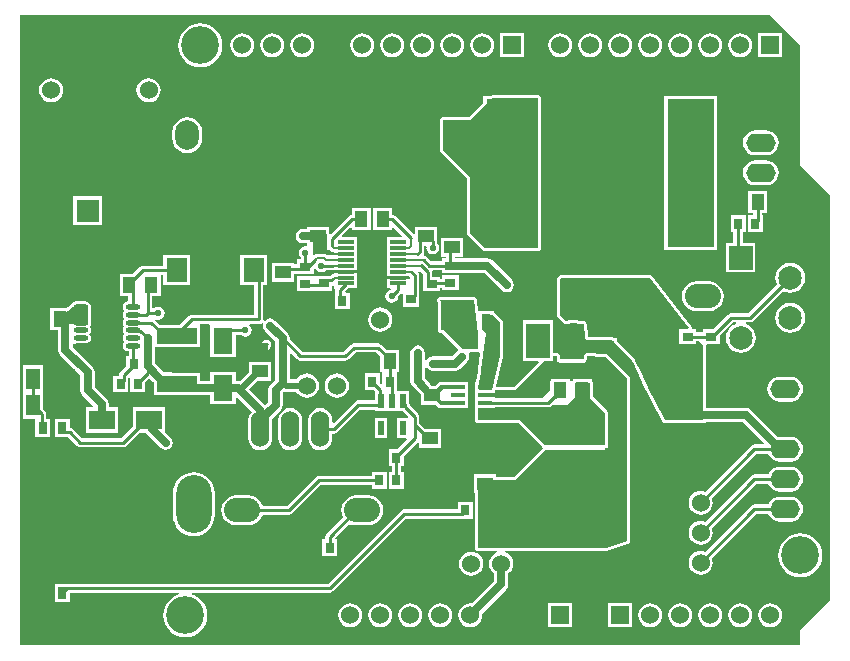
<source format=gbr>
%TF.GenerationSoftware,Altium Limited,Altium Designer,19.0.15 (446)*%
G04 Layer_Physical_Order=1*
G04 Layer_Color=255*
%FSLAX25Y25*%
%MOIN*%
%TF.FileFunction,Copper,L1,Top,Signal*%
%TF.Part,Single*%
G01*
G75*
%TA.AperFunction,SMDPad,CuDef*%
%ADD10R,0.02953X0.03543*%
%ADD11R,0.05315X0.04331*%
%ADD12R,0.04528X0.06890*%
%ADD13R,0.08071X0.06890*%
%ADD14R,0.04331X0.05315*%
%ADD15R,0.03543X0.02953*%
%ADD16R,0.04756X0.01636*%
%ADD17R,0.02000X0.04800*%
%ADD18R,0.13386X0.05315*%
%ADD19R,0.06693X0.11417*%
%ADD20O,0.04724X0.01772*%
%ADD21R,0.06902X0.11602*%
%ADD22R,0.05610X0.01181*%
%ADD23R,0.03150X0.03937*%
%ADD24R,0.06890X0.08071*%
%ADD25R,0.06496X0.08661*%
%ADD26R,0.08661X0.06496*%
%TA.AperFunction,Conductor*%
%ADD27C,0.01000*%
%ADD28C,0.02756*%
%ADD29C,0.01968*%
%ADD30C,0.00827*%
%ADD31C,0.01378*%
%ADD32C,0.01575*%
%TA.AperFunction,ViaPad*%
%ADD33C,0.06000*%
%TA.AperFunction,ComponentPad*%
%ADD34O,0.07874X0.11811*%
%ADD35R,0.07874X0.11811*%
%ADD36R,0.15748X0.49213*%
%ADD37O,0.12000X0.04800*%
%ADD38R,0.12000X0.04800*%
%ADD39O,0.09843X0.06299*%
%ADD40C,0.07854*%
%ADD41R,0.07854X0.07854*%
%ADD42O,0.12000X0.08000*%
%ADD43C,0.07677*%
%ADD44R,0.07677X0.07677*%
%ADD45O,0.07874X0.09843*%
%ADD46O,0.06000X0.12000*%
%ADD47O,0.11811X0.19291*%
%ADD48O,0.19291X0.11811*%
%ADD49C,0.06000*%
%ADD50R,0.06000X0.06000*%
%TA.AperFunction,ViaPad*%
%ADD51C,0.12598*%
%ADD52C,0.02165*%
G36*
X260000Y200000D02*
Y160000D01*
X270000Y150000D01*
Y15000D01*
X260000Y5000D01*
Y0D01*
X0D01*
Y210000D01*
X250000D01*
X260000Y200000D01*
D02*
G37*
%LPC*%
G36*
X254000Y204000D02*
X246000D01*
Y196000D01*
X254000D01*
Y204000D01*
D02*
G37*
G36*
X168000D02*
X160000D01*
Y196000D01*
X168000D01*
Y204000D01*
D02*
G37*
G36*
X240000Y204034D02*
X238956Y203897D01*
X237983Y203494D01*
X237147Y202853D01*
X236506Y202017D01*
X236103Y201044D01*
X235965Y200000D01*
X236103Y198956D01*
X236506Y197983D01*
X237147Y197147D01*
X237983Y196506D01*
X238956Y196103D01*
X240000Y195966D01*
X241044Y196103D01*
X242017Y196506D01*
X242853Y197147D01*
X243494Y197983D01*
X243897Y198956D01*
X244035Y200000D01*
X243897Y201044D01*
X243494Y202017D01*
X242853Y202853D01*
X242017Y203494D01*
X241044Y203897D01*
X240000Y204034D01*
D02*
G37*
G36*
X230000D02*
X228956Y203897D01*
X227983Y203494D01*
X227147Y202853D01*
X226506Y202017D01*
X226103Y201044D01*
X225965Y200000D01*
X226103Y198956D01*
X226506Y197983D01*
X227147Y197147D01*
X227983Y196506D01*
X228956Y196103D01*
X230000Y195966D01*
X231044Y196103D01*
X232017Y196506D01*
X232853Y197147D01*
X233494Y197983D01*
X233897Y198956D01*
X234034Y200000D01*
X233897Y201044D01*
X233494Y202017D01*
X232853Y202853D01*
X232017Y203494D01*
X231044Y203897D01*
X230000Y204034D01*
D02*
G37*
G36*
X220000D02*
X218956Y203897D01*
X217983Y203494D01*
X217147Y202853D01*
X216506Y202017D01*
X216103Y201044D01*
X215966Y200000D01*
X216103Y198956D01*
X216506Y197983D01*
X217147Y197147D01*
X217983Y196506D01*
X218956Y196103D01*
X220000Y195966D01*
X221044Y196103D01*
X222017Y196506D01*
X222853Y197147D01*
X223494Y197983D01*
X223897Y198956D01*
X224035Y200000D01*
X223897Y201044D01*
X223494Y202017D01*
X222853Y202853D01*
X222017Y203494D01*
X221044Y203897D01*
X220000Y204034D01*
D02*
G37*
G36*
X210000D02*
X208956Y203897D01*
X207983Y203494D01*
X207147Y202853D01*
X206506Y202017D01*
X206103Y201044D01*
X205965Y200000D01*
X206103Y198956D01*
X206506Y197983D01*
X207147Y197147D01*
X207983Y196506D01*
X208956Y196103D01*
X210000Y195966D01*
X211044Y196103D01*
X212017Y196506D01*
X212853Y197147D01*
X213494Y197983D01*
X213897Y198956D01*
X214035Y200000D01*
X213897Y201044D01*
X213494Y202017D01*
X212853Y202853D01*
X212017Y203494D01*
X211044Y203897D01*
X210000Y204034D01*
D02*
G37*
G36*
X200000D02*
X198956Y203897D01*
X197983Y203494D01*
X197147Y202853D01*
X196506Y202017D01*
X196103Y201044D01*
X195966Y200000D01*
X196103Y198956D01*
X196506Y197983D01*
X197147Y197147D01*
X197983Y196506D01*
X198956Y196103D01*
X200000Y195966D01*
X201044Y196103D01*
X202017Y196506D01*
X202853Y197147D01*
X203494Y197983D01*
X203897Y198956D01*
X204034Y200000D01*
X203897Y201044D01*
X203494Y202017D01*
X202853Y202853D01*
X202017Y203494D01*
X201044Y203897D01*
X200000Y204034D01*
D02*
G37*
G36*
X190000D02*
X188956Y203897D01*
X187983Y203494D01*
X187147Y202853D01*
X186506Y202017D01*
X186103Y201044D01*
X185966Y200000D01*
X186103Y198956D01*
X186506Y197983D01*
X187147Y197147D01*
X187983Y196506D01*
X188956Y196103D01*
X190000Y195966D01*
X191044Y196103D01*
X192017Y196506D01*
X192853Y197147D01*
X193494Y197983D01*
X193897Y198956D01*
X194035Y200000D01*
X193897Y201044D01*
X193494Y202017D01*
X192853Y202853D01*
X192017Y203494D01*
X191044Y203897D01*
X190000Y204034D01*
D02*
G37*
G36*
X180000D02*
X178956Y203897D01*
X177983Y203494D01*
X177147Y202853D01*
X176506Y202017D01*
X176103Y201044D01*
X175965Y200000D01*
X176103Y198956D01*
X176506Y197983D01*
X177147Y197147D01*
X177983Y196506D01*
X178956Y196103D01*
X180000Y195966D01*
X181044Y196103D01*
X182017Y196506D01*
X182853Y197147D01*
X183494Y197983D01*
X183897Y198956D01*
X184035Y200000D01*
X183897Y201044D01*
X183494Y202017D01*
X182853Y202853D01*
X182017Y203494D01*
X181044Y203897D01*
X180000Y204034D01*
D02*
G37*
G36*
X154000D02*
X152956Y203897D01*
X151983Y203494D01*
X151147Y202853D01*
X150506Y202017D01*
X150103Y201044D01*
X149966Y200000D01*
X150103Y198956D01*
X150506Y197983D01*
X151147Y197147D01*
X151983Y196506D01*
X152956Y196103D01*
X154000Y195966D01*
X155044Y196103D01*
X156017Y196506D01*
X156853Y197147D01*
X157494Y197983D01*
X157897Y198956D01*
X158035Y200000D01*
X157897Y201044D01*
X157494Y202017D01*
X156853Y202853D01*
X156017Y203494D01*
X155044Y203897D01*
X154000Y204034D01*
D02*
G37*
G36*
X144000D02*
X142956Y203897D01*
X141983Y203494D01*
X141147Y202853D01*
X140506Y202017D01*
X140103Y201044D01*
X139965Y200000D01*
X140103Y198956D01*
X140506Y197983D01*
X141147Y197147D01*
X141983Y196506D01*
X142956Y196103D01*
X144000Y195966D01*
X145044Y196103D01*
X146017Y196506D01*
X146853Y197147D01*
X147494Y197983D01*
X147897Y198956D01*
X148035Y200000D01*
X147897Y201044D01*
X147494Y202017D01*
X146853Y202853D01*
X146017Y203494D01*
X145044Y203897D01*
X144000Y204034D01*
D02*
G37*
G36*
X134000D02*
X132956Y203897D01*
X131983Y203494D01*
X131147Y202853D01*
X130506Y202017D01*
X130103Y201044D01*
X129965Y200000D01*
X130103Y198956D01*
X130506Y197983D01*
X131147Y197147D01*
X131983Y196506D01*
X132956Y196103D01*
X134000Y195966D01*
X135044Y196103D01*
X136017Y196506D01*
X136853Y197147D01*
X137494Y197983D01*
X137897Y198956D01*
X138034Y200000D01*
X137897Y201044D01*
X137494Y202017D01*
X136853Y202853D01*
X136017Y203494D01*
X135044Y203897D01*
X134000Y204034D01*
D02*
G37*
G36*
X124000D02*
X122956Y203897D01*
X121983Y203494D01*
X121147Y202853D01*
X120506Y202017D01*
X120103Y201044D01*
X119966Y200000D01*
X120103Y198956D01*
X120506Y197983D01*
X121147Y197147D01*
X121983Y196506D01*
X122956Y196103D01*
X124000Y195966D01*
X125044Y196103D01*
X126017Y196506D01*
X126853Y197147D01*
X127494Y197983D01*
X127897Y198956D01*
X128034Y200000D01*
X127897Y201044D01*
X127494Y202017D01*
X126853Y202853D01*
X126017Y203494D01*
X125044Y203897D01*
X124000Y204034D01*
D02*
G37*
G36*
X114000D02*
X112956Y203897D01*
X111983Y203494D01*
X111147Y202853D01*
X110506Y202017D01*
X110103Y201044D01*
X109966Y200000D01*
X110103Y198956D01*
X110506Y197983D01*
X111147Y197147D01*
X111983Y196506D01*
X112956Y196103D01*
X114000Y195966D01*
X115044Y196103D01*
X116017Y196506D01*
X116853Y197147D01*
X117494Y197983D01*
X117897Y198956D01*
X118035Y200000D01*
X117897Y201044D01*
X117494Y202017D01*
X116853Y202853D01*
X116017Y203494D01*
X115044Y203897D01*
X114000Y204034D01*
D02*
G37*
G36*
X94000D02*
X92956Y203897D01*
X91983Y203494D01*
X91147Y202853D01*
X90506Y202017D01*
X90103Y201044D01*
X89965Y200000D01*
X90103Y198956D01*
X90506Y197983D01*
X91147Y197147D01*
X91983Y196506D01*
X92956Y196103D01*
X94000Y195966D01*
X95044Y196103D01*
X96017Y196506D01*
X96853Y197147D01*
X97494Y197983D01*
X97897Y198956D01*
X98035Y200000D01*
X97897Y201044D01*
X97494Y202017D01*
X96853Y202853D01*
X96017Y203494D01*
X95044Y203897D01*
X94000Y204034D01*
D02*
G37*
G36*
X84000D02*
X82956Y203897D01*
X81983Y203494D01*
X81147Y202853D01*
X80506Y202017D01*
X80103Y201044D01*
X79966Y200000D01*
X80103Y198956D01*
X80506Y197983D01*
X81147Y197147D01*
X81983Y196506D01*
X82956Y196103D01*
X84000Y195966D01*
X85044Y196103D01*
X86017Y196506D01*
X86853Y197147D01*
X87494Y197983D01*
X87897Y198956D01*
X88034Y200000D01*
X87897Y201044D01*
X87494Y202017D01*
X86853Y202853D01*
X86017Y203494D01*
X85044Y203897D01*
X84000Y204034D01*
D02*
G37*
G36*
X74000D02*
X72956Y203897D01*
X71983Y203494D01*
X71147Y202853D01*
X70506Y202017D01*
X70103Y201044D01*
X69965Y200000D01*
X70103Y198956D01*
X70506Y197983D01*
X71147Y197147D01*
X71983Y196506D01*
X72956Y196103D01*
X74000Y195966D01*
X75044Y196103D01*
X76017Y196506D01*
X76853Y197147D01*
X77494Y197983D01*
X77897Y198956D01*
X78035Y200000D01*
X77897Y201044D01*
X77494Y202017D01*
X76853Y202853D01*
X76017Y203494D01*
X75044Y203897D01*
X74000Y204034D01*
D02*
G37*
G36*
X60000Y207334D02*
X58569Y207194D01*
X57193Y206776D01*
X55925Y206098D01*
X54814Y205186D01*
X53902Y204075D01*
X53224Y202807D01*
X52806Y201431D01*
X52666Y200000D01*
X52806Y198569D01*
X53224Y197193D01*
X53902Y195925D01*
X54814Y194814D01*
X55925Y193902D01*
X57193Y193224D01*
X58569Y192806D01*
X60000Y192666D01*
X61431Y192806D01*
X62807Y193224D01*
X64075Y193902D01*
X65186Y194814D01*
X66098Y195925D01*
X66776Y197193D01*
X67194Y198569D01*
X67335Y200000D01*
X67194Y201431D01*
X66776Y202807D01*
X66098Y204075D01*
X65186Y205186D01*
X64075Y206098D01*
X62807Y206776D01*
X61431Y207194D01*
X60000Y207334D01*
D02*
G37*
G36*
X42780Y189034D02*
X41736Y188897D01*
X40763Y188494D01*
X39928Y187853D01*
X39286Y187017D01*
X38883Y186044D01*
X38746Y185000D01*
X38883Y183956D01*
X39286Y182983D01*
X39928Y182147D01*
X40763Y181506D01*
X41736Y181103D01*
X42780Y180965D01*
X43825Y181103D01*
X44798Y181506D01*
X45633Y182147D01*
X46274Y182983D01*
X46677Y183956D01*
X46815Y185000D01*
X46677Y186044D01*
X46274Y187017D01*
X45633Y187853D01*
X44798Y188494D01*
X43825Y188897D01*
X42780Y189034D01*
D02*
G37*
G36*
X10280D02*
X9236Y188897D01*
X8263Y188494D01*
X7428Y187853D01*
X6786Y187017D01*
X6383Y186044D01*
X6246Y185000D01*
X6383Y183956D01*
X6786Y182983D01*
X7428Y182147D01*
X8263Y181506D01*
X9236Y181103D01*
X10280Y180965D01*
X11325Y181103D01*
X12298Y181506D01*
X13133Y182147D01*
X13774Y182983D01*
X14177Y183956D01*
X14315Y185000D01*
X14177Y186044D01*
X13774Y187017D01*
X13133Y187853D01*
X12298Y188494D01*
X11325Y188897D01*
X10280Y189034D01*
D02*
G37*
G36*
X55630Y175964D02*
X54341Y175794D01*
X53140Y175297D01*
X52109Y174505D01*
X51317Y173474D01*
X50820Y172273D01*
X50650Y170984D01*
Y169016D01*
X50820Y167727D01*
X51317Y166526D01*
X52109Y165495D01*
X53140Y164703D01*
X54341Y164206D01*
X55630Y164036D01*
X56919Y164206D01*
X58120Y164703D01*
X59151Y165495D01*
X59942Y166526D01*
X60440Y167727D01*
X60610Y169016D01*
Y170984D01*
X60440Y172273D01*
X59942Y173474D01*
X59151Y174505D01*
X58120Y175297D01*
X56919Y175794D01*
X55630Y175964D01*
D02*
G37*
G36*
X248622Y171685D02*
X245079D01*
X243995Y171543D01*
X242986Y171125D01*
X242119Y170459D01*
X241454Y169593D01*
X241036Y168583D01*
X240893Y167500D01*
X241036Y166417D01*
X241454Y165407D01*
X242119Y164541D01*
X242986Y163875D01*
X243995Y163457D01*
X245079Y163315D01*
X248622D01*
X249705Y163457D01*
X250715Y163875D01*
X251582Y164541D01*
X252247Y165407D01*
X252665Y166417D01*
X252807Y167500D01*
X252665Y168583D01*
X252247Y169593D01*
X251582Y170459D01*
X250715Y171125D01*
X249705Y171543D01*
X248622Y171685D01*
D02*
G37*
G36*
Y161685D02*
X245079D01*
X243995Y161543D01*
X242986Y161125D01*
X242119Y160459D01*
X241454Y159593D01*
X241036Y158583D01*
X240893Y157500D01*
X241036Y156417D01*
X241454Y155407D01*
X242119Y154541D01*
X242986Y153875D01*
X243995Y153457D01*
X245079Y153315D01*
X248622D01*
X249705Y153457D01*
X250715Y153875D01*
X251582Y154541D01*
X252247Y155407D01*
X252665Y156417D01*
X252807Y157500D01*
X252665Y158583D01*
X252247Y159593D01*
X251582Y160459D01*
X250715Y161125D01*
X249705Y161543D01*
X248622Y161685D01*
D02*
G37*
G36*
X27339Y149681D02*
X17661D01*
Y140004D01*
X27339D01*
Y149681D01*
D02*
G37*
G36*
X248933Y151295D02*
X242602D01*
Y143980D01*
X244238D01*
Y143323D01*
X242504D01*
Y137779D01*
X247457D01*
Y143323D01*
X247297D01*
Y143980D01*
X248933D01*
Y151295D01*
D02*
G37*
G36*
X116779Y145665D02*
X110449D01*
Y143516D01*
X109970Y143421D01*
X109474Y143089D01*
X103623Y137239D01*
X103540Y137226D01*
X103349Y137242D01*
X103067Y137390D01*
X103059Y137428D01*
Y139524D01*
X95744D01*
Y138783D01*
X94187D01*
X93260Y138598D01*
X92473Y138073D01*
X91947Y137286D01*
X91763Y136358D01*
X91947Y135430D01*
X92473Y134644D01*
X93260Y134118D01*
X94187Y133934D01*
X95744D01*
Y133298D01*
X95382Y132860D01*
X95000Y132936D01*
X94187Y132774D01*
X93498Y132314D01*
X93038Y131625D01*
X92876Y130813D01*
X93038Y130000D01*
X93471Y129353D01*
Y128654D01*
X92228D01*
Y126962D01*
X91158D01*
Y127417D01*
X83842D01*
Y121087D01*
X91158D01*
Y123904D01*
X92228D01*
Y123701D01*
X97772D01*
Y125433D01*
X97937Y125559D01*
X97964Y125567D01*
X98578Y125431D01*
X98856Y125014D01*
X99545Y124554D01*
X100358Y124392D01*
X101171Y124554D01*
X101818Y124986D01*
X104242D01*
X104742Y124925D01*
Y124925D01*
X112352D01*
Y128862D01*
Y132799D01*
Y135980D01*
X107344D01*
X107152Y136442D01*
X109987Y139277D01*
X110449Y139085D01*
Y138350D01*
X116779D01*
Y145665D01*
D02*
G37*
G36*
X232403Y183106D02*
X214655D01*
Y131894D01*
X232403D01*
Y183106D01*
D02*
G37*
G36*
X172500Y183520D02*
X157500D01*
X157110Y183442D01*
X156779Y183221D01*
X156664Y183106D01*
X154222D01*
Y180664D01*
X149578Y176020D01*
X140860D01*
X140470Y175942D01*
X140139Y175721D01*
X139918Y175390D01*
X139841Y175000D01*
Y165000D01*
X139918Y164610D01*
X140139Y164279D01*
X148980Y155438D01*
Y137500D01*
X149058Y137110D01*
X149279Y136779D01*
X154279Y131779D01*
X154610Y131558D01*
X155000Y131480D01*
X172500D01*
X172890Y131558D01*
X173221Y131779D01*
X173442Y132110D01*
X173520Y132500D01*
Y182500D01*
X173442Y182890D01*
X173221Y183221D01*
X172890Y183442D01*
X172500Y183520D01*
D02*
G37*
G36*
X241748Y143323D02*
X236795D01*
Y137779D01*
X237742D01*
Y134120D01*
X235223D01*
Y124266D01*
X245078D01*
Y134120D01*
X240801D01*
Y137779D01*
X241748D01*
Y143323D01*
D02*
G37*
G36*
X112352Y124169D02*
X104742D01*
Y123969D01*
X104447Y123910D01*
X103980Y123598D01*
X103537Y123155D01*
X102161D01*
X102014Y123126D01*
X98413D01*
Y121716D01*
X97772D01*
Y122945D01*
X92228D01*
Y117992D01*
X97772D01*
Y118658D01*
X98413D01*
Y118173D01*
X103957D01*
Y119723D01*
X104308Y119891D01*
X104742Y119589D01*
Y119020D01*
X104742D01*
X105049Y118646D01*
X105018Y118488D01*
Y117524D01*
X104929D01*
Y111980D01*
X109882D01*
Y117524D01*
X108453D01*
X108246Y118024D01*
X109242Y119020D01*
X112352D01*
Y120988D01*
Y124169D01*
D02*
G37*
G36*
X82201Y130035D02*
X73311D01*
Y119965D01*
X77978D01*
Y110171D01*
X57205D01*
X56620Y110055D01*
X56123Y109723D01*
X53030Y106630D01*
X46675D01*
X45050Y108255D01*
X45299Y108713D01*
X45965Y108580D01*
X46777Y108742D01*
X47466Y109202D01*
X47926Y109891D01*
X48088Y110704D01*
X47926Y111516D01*
X47466Y112205D01*
X46777Y112666D01*
X45965Y112827D01*
X45152Y112666D01*
X44529Y112250D01*
X44029Y112353D01*
Y116342D01*
X46807D01*
Y123471D01*
X47721D01*
Y119965D01*
X56610D01*
Y130035D01*
X47721D01*
Y126529D01*
X40866D01*
X40281Y126413D01*
X39785Y126081D01*
X37361Y123658D01*
X33193D01*
Y116342D01*
X35971D01*
Y114589D01*
X35288Y114454D01*
X34664Y114037D01*
X34247Y113413D01*
X34101Y112677D01*
X34247Y111941D01*
X34611Y111398D01*
X34247Y110854D01*
X34101Y110118D01*
X34247Y109382D01*
X34611Y108839D01*
X34247Y108295D01*
X34101Y107559D01*
X34247Y106823D01*
X34611Y106280D01*
X34247Y105736D01*
X34101Y105000D01*
X34247Y104264D01*
X34611Y103720D01*
X34247Y103177D01*
X34101Y102441D01*
X34247Y101705D01*
X34611Y101161D01*
X34247Y100618D01*
X34101Y99882D01*
X34247Y99146D01*
X34664Y98522D01*
X35288Y98106D01*
X36024Y97959D01*
X36148D01*
Y96457D01*
X35378D01*
Y93076D01*
X33399Y91097D01*
X33067Y90601D01*
X32951Y90016D01*
Y89799D01*
X31028D01*
Y84256D01*
X35980D01*
Y87856D01*
X36010Y88004D01*
Y89182D01*
X36236Y89354D01*
X36736Y89106D01*
Y84256D01*
X41689D01*
Y87636D01*
X43058Y89005D01*
X44250Y87813D01*
X44512Y87638D01*
Y83370D01*
X59898D01*
Y83386D01*
X63252D01*
Y80480D01*
X71748D01*
Y82481D01*
X72210Y82672D01*
X77086Y77796D01*
X76506Y77041D01*
X76103Y76068D01*
X75965Y75024D01*
Y69024D01*
X76103Y67979D01*
X76506Y67006D01*
X77147Y66171D01*
X77983Y65530D01*
X78956Y65127D01*
X80000Y64989D01*
X81044Y65127D01*
X82017Y65530D01*
X82853Y66171D01*
X83494Y67006D01*
X83897Y67979D01*
X84035Y69024D01*
Y75024D01*
X83964Y75559D01*
X86822Y78416D01*
X87347Y79203D01*
X87532Y80131D01*
Y84103D01*
X88046Y84618D01*
X88437Y84540D01*
X92071D01*
X92708Y83710D01*
X93543Y83069D01*
X94516Y82666D01*
X95561Y82528D01*
X96605Y82666D01*
X97578Y83069D01*
X98414Y83710D01*
X99055Y84546D01*
X99458Y85519D01*
X99595Y86563D01*
X99458Y87607D01*
X99055Y88580D01*
X98414Y89416D01*
X97578Y90057D01*
X96605Y90460D01*
X95561Y90597D01*
X94516Y90460D01*
X93543Y90057D01*
X92708Y89416D01*
X92071Y88586D01*
X89925D01*
Y97011D01*
X90386Y97203D01*
X92324Y95265D01*
X92820Y94933D01*
X93405Y94817D01*
X108379D01*
X108965Y94933D01*
X109461Y95265D01*
X111812Y97617D01*
X118644D01*
X119949Y96312D01*
Y91160D01*
X120632D01*
X120638Y90662D01*
X120638D01*
Y87333D01*
X120161Y87123D01*
X119882Y87347D01*
Y90662D01*
X114929D01*
Y85119D01*
X117719D01*
X118245Y84593D01*
Y81812D01*
X117776Y81629D01*
X112576D01*
X111991Y81513D01*
X111495Y81181D01*
X104497Y74183D01*
X104034Y74374D01*
Y75024D01*
X103897Y76068D01*
X103494Y77041D01*
X102853Y77877D01*
X102017Y78518D01*
X101044Y78921D01*
X100000Y79058D01*
X98956Y78921D01*
X97983Y78518D01*
X97147Y77877D01*
X96506Y77041D01*
X96103Y76068D01*
X95965Y75024D01*
Y69024D01*
X96103Y67979D01*
X96506Y67006D01*
X97147Y66171D01*
X97983Y65530D01*
X98956Y65127D01*
X100000Y64989D01*
X101044Y65127D01*
X102017Y65530D01*
X102853Y66171D01*
X103494Y67006D01*
X103897Y67979D01*
X104034Y69024D01*
Y70494D01*
X104500D01*
X105085Y70611D01*
X105581Y70942D01*
X113210Y78571D01*
X118260D01*
Y77926D01*
X127577D01*
X129277Y76226D01*
X129070Y75726D01*
X125740D01*
Y68926D01*
X128669D01*
X128860Y68464D01*
X125668Y65272D01*
X122878D01*
Y59728D01*
X123825D01*
Y57772D01*
X122878D01*
Y52228D01*
X127831D01*
Y57772D01*
X126884D01*
Y59728D01*
X127831D01*
Y63109D01*
X132484Y67762D01*
X132984Y67583D01*
X132984Y67583D01*
Y65867D01*
X140299D01*
Y72197D01*
X134757D01*
X133059Y73895D01*
Y76137D01*
X132942Y76722D01*
X132611Y77218D01*
X129770Y80060D01*
Y80343D01*
X129740Y80490D01*
Y84726D01*
X125851D01*
X125591Y85119D01*
Y90662D01*
X125591D01*
X125596Y91160D01*
X126279D01*
Y98475D01*
X122112D01*
X120359Y100227D01*
X119863Y100559D01*
X119277Y100675D01*
X111179D01*
X110594Y100559D01*
X110098Y100227D01*
X107746Y97876D01*
X94039D01*
X89925Y101990D01*
Y102252D01*
X89740Y103180D01*
X89214Y103966D01*
X84939Y108242D01*
X84152Y108767D01*
X83224Y108952D01*
X82297Y108767D01*
X81510Y108242D01*
X81450Y108151D01*
X80979Y108347D01*
X81037Y108642D01*
Y119965D01*
X82201D01*
Y130035D01*
D02*
G37*
G36*
X124063Y145665D02*
X117732D01*
Y138350D01*
X124063D01*
Y138992D01*
X124525Y139183D01*
X127266Y136442D01*
X127075Y135980D01*
X122160D01*
Y132799D01*
Y130831D01*
Y126894D01*
Y122957D01*
X129697D01*
X130000Y122654D01*
Y122605D01*
X129770Y122201D01*
X129500Y122201D01*
X122160D01*
Y119020D01*
X123194D01*
X123480Y118520D01*
X123385Y118359D01*
X123051Y118292D01*
X122362Y117832D01*
X121902Y117143D01*
X121740Y116331D01*
X121902Y115518D01*
X122362Y114829D01*
X123051Y114369D01*
X123863Y114207D01*
X124676Y114369D01*
X125365Y114829D01*
X125825Y115518D01*
X125987Y116331D01*
X125979Y116371D01*
X126998Y117390D01*
X127198Y117363D01*
X127498Y117215D01*
Y112878D01*
X133041D01*
Y116242D01*
X133059Y116331D01*
Y123287D01*
X132942Y123873D01*
X132611Y124369D01*
X132794Y124893D01*
X133020Y124924D01*
X134301Y123643D01*
Y121409D01*
X134331Y121262D01*
Y117957D01*
X139874D01*
Y119110D01*
X140598D01*
Y118370D01*
X146142D01*
Y123323D01*
X140598D01*
Y122169D01*
X139874D01*
Y122909D01*
X137360D01*
Y124277D01*
X137311Y124526D01*
X137690Y125026D01*
X140598D01*
Y124079D01*
X146142D01*
Y124131D01*
X154725D01*
X160459Y118396D01*
X161245Y117871D01*
X162173Y117686D01*
X163101Y117871D01*
X163888Y118396D01*
X164413Y119183D01*
X164598Y120111D01*
X164413Y121039D01*
X163888Y121825D01*
X157443Y128270D01*
X156657Y128795D01*
X155729Y128980D01*
X146142D01*
Y129032D01*
X144899D01*
Y129551D01*
X147658D01*
Y135882D01*
X140342D01*
Y129551D01*
X141841D01*
Y129032D01*
X140598D01*
Y128085D01*
X137014D01*
X135533Y129566D01*
X135037Y129897D01*
X134699Y129964D01*
X134446Y130480D01*
X134446Y130486D01*
X134515Y130589D01*
X134632Y131174D01*
Y133193D01*
X135120D01*
X135438Y132806D01*
X135377Y132500D01*
X135538Y131687D01*
X135998Y130999D01*
X136687Y130538D01*
X137500Y130377D01*
X138313Y130538D01*
X139002Y130999D01*
X139462Y131687D01*
X139623Y132500D01*
X139462Y133313D01*
X139002Y134002D01*
X138947Y134038D01*
Y134693D01*
X138917Y134841D01*
Y139524D01*
X131602D01*
Y137139D01*
X131102Y136932D01*
X124945Y143089D01*
X124449Y143421D01*
X124063Y143498D01*
Y145665D01*
D02*
G37*
G36*
X229500Y121374D02*
X225500D01*
X224195Y121202D01*
X222978Y120698D01*
X221934Y119897D01*
X221132Y118852D01*
X220629Y117636D01*
X220457Y116331D01*
X220629Y115025D01*
X221132Y113809D01*
X221934Y112765D01*
X222978Y111963D01*
X224195Y111459D01*
X225500Y111288D01*
X229500D01*
X230805Y111459D01*
X232022Y111963D01*
X233066Y112765D01*
X233868Y113809D01*
X234371Y115025D01*
X234543Y116331D01*
X234371Y117636D01*
X233868Y118852D01*
X233066Y119897D01*
X232022Y120698D01*
X230805Y121202D01*
X229500Y121374D01*
D02*
G37*
G36*
X120000Y112582D02*
X118956Y112445D01*
X117983Y112042D01*
X117147Y111401D01*
X116506Y110565D01*
X116103Y109592D01*
X115965Y108548D01*
X116103Y107504D01*
X116506Y106531D01*
X117147Y105695D01*
X117983Y105054D01*
X118956Y104651D01*
X120000Y104513D01*
X121044Y104651D01*
X122017Y105054D01*
X122853Y105695D01*
X123494Y106531D01*
X123897Y107504D01*
X124035Y108548D01*
X123897Y109592D01*
X123494Y110565D01*
X122853Y111401D01*
X122017Y112042D01*
X121044Y112445D01*
X120000Y112582D01*
D02*
G37*
G36*
X256650Y127470D02*
X255364Y127300D01*
X254166Y126804D01*
X253136Y126014D01*
X252346Y124985D01*
X251850Y123786D01*
X251681Y122500D01*
X251850Y121214D01*
X252246Y120258D01*
X242631Y110644D01*
X236929D01*
X236344Y110527D01*
X235848Y110196D01*
X230983Y105331D01*
X227602D01*
Y104384D01*
X225272D01*
Y105331D01*
X224210D01*
X224120Y105372D01*
X223857Y105638D01*
X223779Y105831D01*
X223789Y105914D01*
X223785Y105927D01*
X223787Y105940D01*
X223744Y106077D01*
X223739Y106139D01*
X223707Y106200D01*
X223680Y106297D01*
X223665Y106325D01*
X223603Y106404D01*
X223557Y106493D01*
X222258Y108130D01*
X210565Y123081D01*
X210529Y123111D01*
X210524Y123121D01*
X210508Y123135D01*
X210483Y123173D01*
X210442Y123214D01*
X210327Y123291D01*
X210223Y123381D01*
X210163Y123400D01*
X210111Y123435D01*
X209976Y123462D01*
X209845Y123505D01*
X209788Y123512D01*
X209741Y123509D01*
X209721Y123513D01*
X209710Y123510D01*
X209664Y123520D01*
X180458Y123520D01*
X180068Y123442D01*
X179737Y123221D01*
X179279Y122763D01*
X179058Y122432D01*
X178980Y122042D01*
Y110100D01*
X179000Y110002D01*
X179000Y109901D01*
X179018Y109809D01*
X179057Y109716D01*
X179058Y109710D01*
X179061Y109705D01*
X179128Y109545D01*
X179129Y109539D01*
X179132Y109534D01*
X179171Y109441D01*
X179223Y109363D01*
X179294Y109292D01*
X179350Y109208D01*
X181161Y107397D01*
X181244Y107342D01*
X181315Y107271D01*
X181394Y107218D01*
X181394Y107218D01*
X181487Y107179D01*
X181492Y107176D01*
X181497Y107175D01*
X181658Y107108D01*
X181663Y107105D01*
X181669Y107104D01*
X181762Y107066D01*
X181854Y107047D01*
X181955D01*
X182053Y107028D01*
X182378D01*
X182768Y107105D01*
X183288Y107321D01*
X184311Y107456D01*
X185334Y107321D01*
X185854Y107105D01*
X186244Y107028D01*
X187660D01*
X187743Y107011D01*
X187760Y106927D01*
Y105617D01*
X187838Y105227D01*
X188128Y104527D01*
X188271Y103437D01*
Y102854D01*
X188349Y102464D01*
X188570Y102133D01*
X188900Y101912D01*
X189291Y101835D01*
X197078D01*
X197163Y101749D01*
X197247Y101693D01*
X197318Y101622D01*
X197397Y101570D01*
X197397Y101570D01*
X197397Y101570D01*
X197489Y101531D01*
X197494Y101528D01*
X197500Y101527D01*
X197602Y101485D01*
X197634Y101463D01*
X197649Y101457D01*
X197687Y101450D01*
X197764Y101418D01*
X197764D01*
X197764Y101417D01*
X197825Y101405D01*
X197837Y101345D01*
X197869Y101267D01*
X197877Y101229D01*
X197877Y101229D01*
X197883Y101214D01*
X197904Y101182D01*
X197946Y101080D01*
X197948Y101075D01*
X197951Y101070D01*
X197989Y100977D01*
X198042Y100898D01*
X198113Y100827D01*
X198169Y100744D01*
X203965Y94947D01*
X203967Y94921D01*
X203979Y94873D01*
X203983Y94800D01*
X203995Y94750D01*
X204005Y94700D01*
X204033Y94632D01*
X204043Y94584D01*
X204053Y94559D01*
X204062Y94546D01*
X204064Y94535D01*
X204066Y94533D01*
X204085Y94460D01*
X205593Y91298D01*
X208033Y86178D01*
X208033Y86178D01*
X208804Y84561D01*
X208817Y84544D01*
X208823Y84524D01*
X210317Y81691D01*
X214051Y74613D01*
X214084Y74573D01*
X214106Y74530D01*
X214137Y74493D01*
X214161Y74446D01*
X214194Y74406D01*
X214222Y74383D01*
X214287Y74285D01*
X214293Y74279D01*
X214331Y74254D01*
X214357Y74221D01*
X214457Y74168D01*
Y73962D01*
X228457D01*
Y74347D01*
X240843D01*
X247808Y67382D01*
X247617Y66920D01*
X244700D01*
X244115Y66803D01*
X243619Y66472D01*
X228342Y51195D01*
X227854Y51397D01*
X226810Y51534D01*
X225766Y51397D01*
X224793Y50994D01*
X223957Y50353D01*
X223316Y49517D01*
X222913Y48544D01*
X222775Y47500D01*
X222913Y46456D01*
X223316Y45483D01*
X223957Y44647D01*
X224793Y44006D01*
X225766Y43603D01*
X226810Y43466D01*
X227854Y43603D01*
X228827Y44006D01*
X229663Y44647D01*
X230304Y45483D01*
X230707Y46456D01*
X230844Y47500D01*
X230707Y48544D01*
X230505Y49032D01*
X245334Y63861D01*
X249370D01*
X249604Y63297D01*
X250269Y62431D01*
X251136Y61765D01*
X252145Y61347D01*
X253228Y61205D01*
X256772D01*
X257855Y61347D01*
X258864Y61765D01*
X259731Y62431D01*
X260396Y63297D01*
X260814Y64307D01*
X260957Y65390D01*
X260814Y66473D01*
X260396Y67483D01*
X259731Y68350D01*
X258864Y69015D01*
X257855Y69433D01*
X256772Y69576D01*
X253228D01*
X252560Y69488D01*
X243561Y78486D01*
X242775Y79012D01*
X241847Y79196D01*
X228520D01*
Y99882D01*
X228720Y100226D01*
X228845Y100338D01*
X228925Y100377D01*
X228927Y100378D01*
X233146D01*
Y103168D01*
X237563Y107585D01*
X238434D01*
X238534Y107085D01*
X237666Y106725D01*
X236636Y105935D01*
X235846Y104906D01*
X235350Y103708D01*
X235181Y102421D01*
X235350Y101135D01*
X235846Y99936D01*
X236636Y98907D01*
X237666Y98117D01*
X238864Y97621D01*
X240150Y97452D01*
X241437Y97621D01*
X242635Y98117D01*
X243665Y98907D01*
X244454Y99936D01*
X244951Y101135D01*
X245120Y102421D01*
X244951Y103708D01*
X244454Y104906D01*
X243665Y105935D01*
X242635Y106725D01*
X241767Y107085D01*
X241866Y107585D01*
X243265D01*
X243850Y107701D01*
X244346Y108033D01*
X254409Y118095D01*
X255364Y117700D01*
X256650Y117530D01*
X257937Y117700D01*
X259135Y118196D01*
X260164Y118986D01*
X260954Y120015D01*
X261451Y121214D01*
X261620Y122500D01*
X261451Y123786D01*
X260954Y124985D01*
X260164Y126014D01*
X259135Y126804D01*
X257937Y127300D01*
X256650Y127470D01*
D02*
G37*
G36*
Y114084D02*
X255364Y113915D01*
X254166Y113418D01*
X253136Y112628D01*
X252346Y111599D01*
X251850Y110400D01*
X251681Y109114D01*
X251850Y107828D01*
X252346Y106629D01*
X253136Y105600D01*
X254166Y104810D01*
X255364Y104314D01*
X256650Y104145D01*
X257937Y104314D01*
X259135Y104810D01*
X260164Y105600D01*
X260954Y106629D01*
X261451Y107828D01*
X261620Y109114D01*
X261451Y110400D01*
X260954Y111599D01*
X260164Y112628D01*
X259135Y113418D01*
X257937Y113915D01*
X256650Y114084D01*
D02*
G37*
G36*
X21654Y114600D02*
X18701D01*
X17965Y114454D01*
X17341Y114037D01*
X17024Y113562D01*
X17003Y113548D01*
X16887Y113492D01*
X15300Y112299D01*
X10004D01*
Y104984D01*
X12646D01*
Y99197D01*
X12733Y98761D01*
X12646Y98325D01*
X12831Y97397D01*
X13356Y96610D01*
X20036Y89931D01*
Y85110D01*
X20221Y84182D01*
X20746Y83396D01*
X24394Y79748D01*
X24187Y79248D01*
X21795D01*
Y70752D01*
X32457D01*
Y79248D01*
X29550D01*
Y80445D01*
X29550Y80445D01*
X29366Y81373D01*
X28840Y82159D01*
X24885Y86115D01*
Y90935D01*
X24701Y91863D01*
X24175Y92649D01*
X17495Y99329D01*
Y100448D01*
X17889Y100658D01*
X17995Y100659D01*
X18701Y100518D01*
X21654D01*
X22389Y100664D01*
X23013Y101081D01*
X23430Y101705D01*
X23576Y102441D01*
X23430Y103177D01*
X23067Y103720D01*
X23430Y104264D01*
X23576Y105000D01*
X23430Y105736D01*
X23189Y106096D01*
X23221Y106255D01*
X23442Y106586D01*
X23520Y106976D01*
Y107274D01*
X23576Y107559D01*
X23520Y107844D01*
Y109833D01*
X23576Y110118D01*
X23520Y110403D01*
Y112392D01*
X23576Y112677D01*
X23430Y113413D01*
X23013Y114037D01*
X22389Y114454D01*
X21654Y114600D01*
D02*
G37*
G36*
X151146Y116020D02*
X140000D01*
X139610Y115942D01*
X139279Y115721D01*
X139058Y115390D01*
X138980Y115000D01*
X139058Y114610D01*
X139228Y114355D01*
Y105000D01*
X139306Y104610D01*
X139527Y104279D01*
X139858Y104058D01*
X140248Y103980D01*
X140719D01*
X146015Y98685D01*
X145966Y98187D01*
X145600Y97943D01*
X143950Y96293D01*
X137500D01*
X136572Y96108D01*
X135786Y95582D01*
X135424Y95042D01*
X134924Y95194D01*
Y97500D01*
X134740Y98428D01*
X134214Y99214D01*
X133428Y99740D01*
X132500Y99924D01*
X131572Y99740D01*
X130786Y99214D01*
X130260Y98428D01*
X130076Y97500D01*
Y87965D01*
X130260Y87037D01*
X130786Y86250D01*
X133262Y83774D01*
X133476Y83631D01*
Y80165D01*
X138356D01*
X138904Y79617D01*
X139463Y79244D01*
X140122Y79113D01*
X142484D01*
Y79017D01*
X149240D01*
Y81576D01*
Y84135D01*
Y87771D01*
X142484D01*
Y87675D01*
X140753D01*
X140248Y87775D01*
X139551Y87637D01*
X138959Y87241D01*
X138214Y86496D01*
X137163D01*
X136691Y87203D01*
X134924Y88969D01*
Y92542D01*
X135424Y92694D01*
X135786Y92154D01*
X136572Y91628D01*
X137500Y91444D01*
X144955D01*
X145882Y91628D01*
X146669Y92154D01*
X149029Y94514D01*
X149555Y95301D01*
X149740Y96228D01*
X149562Y97122D01*
X149566Y97233D01*
X149774Y97622D01*
X152500D01*
X152890Y97700D01*
X152922Y97721D01*
X153386Y97430D01*
X152612Y91966D01*
X152617Y91894D01*
X152603Y91823D01*
Y91395D01*
X152592Y91364D01*
X152551Y91304D01*
X152526Y91177D01*
X152484Y91056D01*
X152019Y87771D01*
X151484D01*
Y84154D01*
X151480Y84135D01*
X151480Y82653D01*
X151484Y82633D01*
Y79036D01*
X151480Y79017D01*
Y75000D01*
X151558Y74610D01*
X151779Y74279D01*
X152110Y74058D01*
X152500Y73980D01*
X166192D01*
X174022Y66150D01*
X174227Y65807D01*
X174022Y65464D01*
X164578Y56020D01*
X158658D01*
Y57024D01*
X151342D01*
Y50693D01*
X151480D01*
X151480Y32600D01*
X151500Y32502D01*
Y32401D01*
X151517Y32318D01*
X151555Y32225D01*
X151558Y32210D01*
X151566Y32198D01*
X151669Y31950D01*
X151950Y31669D01*
X152198Y31566D01*
X152210Y31558D01*
X152225Y31555D01*
X152318Y31517D01*
X152401Y31500D01*
X152502D01*
X152600Y31480D01*
X158844D01*
X158943Y30980D01*
X158263Y30699D01*
X157428Y30058D01*
X156786Y29222D01*
X156383Y28249D01*
X156246Y27205D01*
X156383Y26160D01*
X156786Y25188D01*
X157428Y24352D01*
X157856Y24023D01*
Y21285D01*
X150535Y13964D01*
X150000Y14035D01*
X148956Y13897D01*
X147983Y13494D01*
X147147Y12853D01*
X146506Y12017D01*
X146103Y11044D01*
X145966Y10000D01*
X146103Y8956D01*
X146506Y7983D01*
X147147Y7147D01*
X147983Y6506D01*
X148956Y6103D01*
X150000Y5965D01*
X151044Y6103D01*
X152017Y6506D01*
X152853Y7147D01*
X153494Y7983D01*
X153897Y8956D01*
X154034Y10000D01*
X153964Y10535D01*
X161995Y18566D01*
X162520Y19353D01*
X162705Y20280D01*
Y24023D01*
X163133Y24352D01*
X163774Y25188D01*
X164177Y26160D01*
X164315Y27205D01*
X164177Y28249D01*
X163774Y29222D01*
X163133Y30058D01*
X162298Y30699D01*
X161618Y30980D01*
X161717Y31480D01*
X194899D01*
X194954Y31491D01*
X194998D01*
X195043Y31500D01*
X195098D01*
X195153Y31511D01*
X195208Y31517D01*
X195261Y31534D01*
X195306Y31539D01*
X195348Y31552D01*
X195403Y31558D01*
X202553Y33819D01*
X202604Y33847D01*
X202610Y33848D01*
X202626Y33857D01*
X202656Y33863D01*
X202692Y33878D01*
X202756Y33920D01*
X202812Y33944D01*
X202832Y33957D01*
X202861Y33986D01*
X202958Y34039D01*
X202986Y34074D01*
X203023Y34099D01*
X203110Y34228D01*
X203207Y34350D01*
X203220Y34393D01*
X203244Y34430D01*
X203266Y34538D01*
X203285Y34575D01*
X203292Y34598D01*
X203297Y34659D01*
X203318Y34732D01*
X203321Y34771D01*
X203318Y34801D01*
X203322Y34820D01*
X203321Y34826D01*
X203332Y34883D01*
X203332Y55078D01*
Y66224D01*
X203332Y77767D01*
Y88830D01*
X203312Y88929D01*
X203312Y89029D01*
X203294Y89122D01*
X203256Y89215D01*
X203254Y89221D01*
X203251Y89225D01*
X203185Y89386D01*
X203183Y89392D01*
X203180Y89397D01*
X203142Y89490D01*
X203089Y89568D01*
X203018Y89639D01*
X202962Y89723D01*
X195967Y96718D01*
X195883Y96774D01*
X195812Y96845D01*
X195734Y96898D01*
X195734Y96898D01*
X195641Y96936D01*
X195636Y96939D01*
X195630Y96940D01*
X195469Y97007D01*
X195465Y97010D01*
X195459Y97011D01*
X195366Y97050D01*
X195273Y97068D01*
X195173D01*
X195074Y97088D01*
X192159D01*
X192141Y97100D01*
X192070Y97170D01*
X192063Y97176D01*
X192063Y97176D01*
X192062Y97176D01*
X191970Y97214D01*
X191894Y97265D01*
X191805Y97283D01*
X191798Y97285D01*
X191793Y97289D01*
X191788Y97290D01*
X191695Y97328D01*
X191695D01*
X191695Y97328D01*
X191602Y97347D01*
X191502Y97347D01*
X191403Y97366D01*
X188880D01*
X188781Y97347D01*
X188681D01*
X188597Y97330D01*
X188505Y97291D01*
X188490Y97289D01*
X188477Y97280D01*
X188230Y97178D01*
X187948Y96896D01*
X187846Y96649D01*
X187838Y96636D01*
X187835Y96622D01*
X187796Y96529D01*
X187779Y96445D01*
Y96345D01*
X187760Y96246D01*
Y95356D01*
X187743Y95272D01*
X187660Y95256D01*
X180025D01*
X179942Y95272D01*
X179925Y95356D01*
Y96246D01*
X179905Y96345D01*
Y96445D01*
X179889Y96529D01*
X179850Y96622D01*
X179848Y96636D01*
X179839Y96649D01*
X179737Y96896D01*
X179455Y97178D01*
X179208Y97280D01*
X179195Y97289D01*
X179181Y97291D01*
X179088Y97330D01*
X179004Y97347D01*
X178904D01*
X178805Y97366D01*
X177437D01*
Y108441D01*
X167563D01*
Y94630D01*
X172608D01*
X172800Y94168D01*
X164651Y86020D01*
X158997D01*
X158687Y86412D01*
X160992Y96111D01*
X160996Y96230D01*
X161020Y96346D01*
Y98642D01*
Y107559D01*
X160942Y107949D01*
X160721Y108280D01*
X158162Y110839D01*
X157831Y111060D01*
X157831Y111060D01*
Y111413D01*
X152878D01*
Y111413D01*
X152602Y111397D01*
X152158Y115121D01*
X152115Y115253D01*
X152088Y115390D01*
X152054Y115441D01*
X152035Y115499D01*
X151944Y115605D01*
X151867Y115721D01*
X151816Y115755D01*
X151776Y115801D01*
X151652Y115865D01*
X151536Y115942D01*
X151476Y115954D01*
X151422Y115981D01*
X151283Y115992D01*
X151146Y116020D01*
D02*
G37*
G36*
X105561Y90597D02*
X104516Y90460D01*
X103543Y90057D01*
X102708Y89416D01*
X102067Y88580D01*
X101664Y87607D01*
X101526Y86563D01*
X101664Y85519D01*
X102067Y84546D01*
X102708Y83710D01*
X103543Y83069D01*
X104516Y82666D01*
X105561Y82528D01*
X106605Y82666D01*
X107578Y83069D01*
X108414Y83710D01*
X109055Y84546D01*
X109458Y85519D01*
X109595Y86563D01*
X109458Y87607D01*
X109055Y88580D01*
X108414Y89416D01*
X107578Y90057D01*
X106605Y90460D01*
X105561Y90597D01*
D02*
G37*
G36*
X256772Y89576D02*
X253228D01*
X252145Y89433D01*
X251136Y89015D01*
X250269Y88350D01*
X249604Y87483D01*
X249185Y86473D01*
X249043Y85390D01*
X249185Y84307D01*
X249604Y83297D01*
X250269Y82431D01*
X251136Y81766D01*
X252145Y81347D01*
X253228Y81205D01*
X256772D01*
X257855Y81347D01*
X258864Y81766D01*
X259731Y82431D01*
X260396Y83297D01*
X260814Y84307D01*
X260957Y85390D01*
X260814Y86473D01*
X260396Y87483D01*
X259731Y88350D01*
X258864Y89015D01*
X257855Y89433D01*
X256772Y89576D01*
D02*
G37*
G36*
X7457Y93262D02*
X929D01*
Y84373D01*
Y75555D01*
X4461D01*
X4925Y75468D01*
Y69532D01*
X10075D01*
Y75468D01*
X8675D01*
Y77047D01*
X8559Y77632D01*
X8227Y78129D01*
X7457Y78899D01*
Y84373D01*
Y93262D01*
D02*
G37*
G36*
X48205Y79248D02*
X37543D01*
Y72915D01*
X33658Y69029D01*
X20633D01*
X17550Y72113D01*
X17054Y72444D01*
X16571Y72540D01*
Y75468D01*
X11421D01*
Y69532D01*
X14923D01*
X15071Y69502D01*
X15835D01*
X18919Y66419D01*
X19415Y66087D01*
X20000Y65971D01*
X34291D01*
X34877Y66087D01*
X35373Y66419D01*
X39706Y70752D01*
X41946D01*
X42242Y70309D01*
X46766Y65786D01*
X47552Y65260D01*
X48480Y65075D01*
X49408Y65260D01*
X50195Y65786D01*
X50720Y66572D01*
X50905Y67500D01*
X50720Y68428D01*
X50195Y69214D01*
X48205Y71204D01*
Y79248D01*
D02*
G37*
G36*
X122260Y75726D02*
X118260D01*
Y68926D01*
X122260D01*
Y75726D01*
D02*
G37*
G36*
X90000Y79058D02*
X88956Y78921D01*
X87983Y78518D01*
X87147Y77877D01*
X86506Y77041D01*
X86103Y76068D01*
X85966Y75024D01*
Y69024D01*
X86103Y67979D01*
X86506Y67006D01*
X87147Y66171D01*
X87983Y65530D01*
X88956Y65127D01*
X90000Y64989D01*
X91044Y65127D01*
X92017Y65530D01*
X92853Y66171D01*
X93494Y67006D01*
X93897Y67979D01*
X94034Y69024D01*
Y75024D01*
X93897Y76068D01*
X93494Y77041D01*
X92853Y77877D01*
X92017Y78518D01*
X91044Y78921D01*
X90000Y79058D01*
D02*
G37*
G36*
X122122Y57772D02*
X117169D01*
Y56529D01*
X99646D01*
X99060Y56413D01*
X98564Y56081D01*
X89012Y46529D01*
X80778D01*
X80367Y47522D01*
X79566Y48566D01*
X78522Y49367D01*
X77305Y49871D01*
X76000Y50043D01*
X72000D01*
X70695Y49871D01*
X69478Y49367D01*
X68434Y48566D01*
X67633Y47522D01*
X67129Y46305D01*
X66957Y45000D01*
X67129Y43695D01*
X67633Y42478D01*
X68434Y41434D01*
X69478Y40633D01*
X70695Y40129D01*
X72000Y39957D01*
X76000D01*
X77305Y40129D01*
X78522Y40633D01*
X79566Y41434D01*
X80367Y42478D01*
X80778Y43471D01*
X89646D01*
X90231Y43587D01*
X90727Y43919D01*
X100279Y53471D01*
X117169D01*
Y52228D01*
X122122D01*
Y57772D01*
D02*
G37*
G36*
X256772Y59576D02*
X253228D01*
X252145Y59433D01*
X251136Y59015D01*
X250269Y58350D01*
X249604Y57483D01*
X249370Y56920D01*
X244700D01*
X244115Y56803D01*
X243619Y56472D01*
X228342Y41195D01*
X227854Y41397D01*
X226810Y41535D01*
X225766Y41397D01*
X224793Y40994D01*
X223957Y40353D01*
X223316Y39517D01*
X222913Y38544D01*
X222775Y37500D01*
X222913Y36456D01*
X223316Y35483D01*
X223957Y34647D01*
X224793Y34006D01*
X225766Y33603D01*
X226810Y33465D01*
X227854Y33603D01*
X228827Y34006D01*
X229663Y34647D01*
X230304Y35483D01*
X230707Y36456D01*
X230844Y37500D01*
X230707Y38544D01*
X230505Y39032D01*
X245334Y53861D01*
X249370D01*
X249604Y53298D01*
X250269Y52431D01*
X251136Y51766D01*
X252145Y51347D01*
X253228Y51205D01*
X256772D01*
X257855Y51347D01*
X258864Y51766D01*
X259731Y52431D01*
X260396Y53298D01*
X260814Y54307D01*
X260957Y55390D01*
X260814Y56473D01*
X260396Y57483D01*
X259731Y58350D01*
X258864Y59015D01*
X257855Y59433D01*
X256772Y59576D01*
D02*
G37*
G36*
Y49576D02*
X253228D01*
X252145Y49433D01*
X251136Y49015D01*
X250269Y48350D01*
X249604Y47483D01*
X249370Y46920D01*
X244700D01*
X244115Y46803D01*
X243619Y46472D01*
X228342Y31195D01*
X227854Y31397D01*
X226810Y31534D01*
X225766Y31397D01*
X224793Y30994D01*
X223957Y30353D01*
X223316Y29517D01*
X222913Y28544D01*
X222775Y27500D01*
X222913Y26456D01*
X223316Y25483D01*
X223957Y24647D01*
X224793Y24006D01*
X225766Y23603D01*
X226810Y23465D01*
X227854Y23603D01*
X228827Y24006D01*
X229663Y24647D01*
X230304Y25483D01*
X230707Y26456D01*
X230844Y27500D01*
X230707Y28544D01*
X230505Y29032D01*
X245334Y43861D01*
X249370D01*
X249604Y43297D01*
X250269Y42431D01*
X251136Y41765D01*
X252145Y41347D01*
X253228Y41205D01*
X256772D01*
X257855Y41347D01*
X258864Y41765D01*
X259731Y42431D01*
X260396Y43297D01*
X260814Y44307D01*
X260957Y45390D01*
X260814Y46473D01*
X260396Y47483D01*
X259731Y48350D01*
X258864Y49015D01*
X257855Y49433D01*
X256772Y49576D01*
D02*
G37*
G36*
X116000Y50043D02*
X112000D01*
X110695Y49871D01*
X109478Y49367D01*
X108434Y48566D01*
X107633Y47522D01*
X107129Y46305D01*
X106957Y45000D01*
X107129Y43695D01*
X107540Y42703D01*
X102131Y37294D01*
X101799Y36797D01*
X101683Y36212D01*
Y35272D01*
X100736D01*
Y29728D01*
X105689D01*
Y35272D01*
X105142D01*
X104935Y35772D01*
X109703Y40540D01*
X110695Y40129D01*
X112000Y39957D01*
X116000D01*
X117305Y40129D01*
X118522Y40633D01*
X119566Y41434D01*
X120368Y42478D01*
X120871Y43695D01*
X121043Y45000D01*
X120871Y46305D01*
X120368Y47522D01*
X119566Y48566D01*
X118522Y49367D01*
X117305Y49871D01*
X116000Y50043D01*
D02*
G37*
G36*
X57835Y57679D02*
X56481Y57546D01*
X55179Y57151D01*
X53980Y56510D01*
X52928Y55647D01*
X52065Y54595D01*
X51424Y53396D01*
X51029Y52094D01*
X50896Y50740D01*
Y43260D01*
X51029Y41906D01*
X51424Y40604D01*
X52065Y39405D01*
X52928Y38353D01*
X53980Y37490D01*
X55179Y36849D01*
X56481Y36454D01*
X57835Y36321D01*
X59188Y36454D01*
X60490Y36849D01*
X61690Y37490D01*
X62741Y38353D01*
X63604Y39405D01*
X64245Y40604D01*
X64640Y41906D01*
X64774Y43260D01*
Y50740D01*
X64640Y52094D01*
X64245Y53396D01*
X63604Y54595D01*
X62741Y55647D01*
X61690Y56510D01*
X60490Y57151D01*
X59188Y57546D01*
X57835Y57679D01*
D02*
G37*
G36*
X150280Y31239D02*
X149236Y31102D01*
X148263Y30699D01*
X147427Y30058D01*
X146786Y29222D01*
X146383Y28249D01*
X146246Y27205D01*
X146383Y26160D01*
X146786Y25188D01*
X147427Y24352D01*
X148263Y23711D01*
X149236Y23308D01*
X150280Y23170D01*
X151325Y23308D01*
X152298Y23711D01*
X153133Y24352D01*
X153774Y25188D01*
X154177Y26160D01*
X154315Y27205D01*
X154177Y28249D01*
X153774Y29222D01*
X153133Y30058D01*
X152298Y30699D01*
X151325Y31102D01*
X150280Y31239D01*
D02*
G37*
G36*
X260000Y37334D02*
X258569Y37194D01*
X257193Y36776D01*
X255925Y36098D01*
X254814Y35186D01*
X253902Y34075D01*
X253224Y32807D01*
X252806Y31431D01*
X252665Y30000D01*
X252806Y28569D01*
X253224Y27193D01*
X253902Y25925D01*
X254814Y24814D01*
X255925Y23902D01*
X257193Y23224D01*
X258569Y22806D01*
X260000Y22666D01*
X261431Y22806D01*
X262807Y23224D01*
X264075Y23902D01*
X265186Y24814D01*
X266098Y25925D01*
X266776Y27193D01*
X267194Y28569D01*
X267335Y30000D01*
X267194Y31431D01*
X266776Y32807D01*
X266098Y34075D01*
X265186Y35186D01*
X264075Y36098D01*
X262807Y36776D01*
X261431Y37194D01*
X260000Y37334D01*
D02*
G37*
G36*
X204000Y14000D02*
X196000D01*
Y6000D01*
X204000D01*
Y14000D01*
D02*
G37*
G36*
X184000D02*
X176000D01*
Y6000D01*
X184000D01*
Y14000D01*
D02*
G37*
G36*
X250000Y14035D02*
X248956Y13897D01*
X247983Y13494D01*
X247147Y12853D01*
X246506Y12017D01*
X246103Y11044D01*
X245966Y10000D01*
X246103Y8956D01*
X246506Y7983D01*
X247147Y7147D01*
X247983Y6506D01*
X248956Y6103D01*
X250000Y5965D01*
X251044Y6103D01*
X252017Y6506D01*
X252853Y7147D01*
X253494Y7983D01*
X253897Y8956D01*
X254034Y10000D01*
X253897Y11044D01*
X253494Y12017D01*
X252853Y12853D01*
X252017Y13494D01*
X251044Y13897D01*
X250000Y14035D01*
D02*
G37*
G36*
X240000D02*
X238956Y13897D01*
X237983Y13494D01*
X237147Y12853D01*
X236506Y12017D01*
X236103Y11044D01*
X235965Y10000D01*
X236103Y8956D01*
X236506Y7983D01*
X237147Y7147D01*
X237983Y6506D01*
X238956Y6103D01*
X240000Y5965D01*
X241044Y6103D01*
X242017Y6506D01*
X242853Y7147D01*
X243494Y7983D01*
X243897Y8956D01*
X244035Y10000D01*
X243897Y11044D01*
X243494Y12017D01*
X242853Y12853D01*
X242017Y13494D01*
X241044Y13897D01*
X240000Y14035D01*
D02*
G37*
G36*
X230000D02*
X228956Y13897D01*
X227983Y13494D01*
X227147Y12853D01*
X226506Y12017D01*
X226103Y11044D01*
X225965Y10000D01*
X226103Y8956D01*
X226506Y7983D01*
X227147Y7147D01*
X227983Y6506D01*
X228956Y6103D01*
X230000Y5965D01*
X231044Y6103D01*
X232017Y6506D01*
X232853Y7147D01*
X233494Y7983D01*
X233897Y8956D01*
X234034Y10000D01*
X233897Y11044D01*
X233494Y12017D01*
X232853Y12853D01*
X232017Y13494D01*
X231044Y13897D01*
X230000Y14035D01*
D02*
G37*
G36*
X220000D02*
X218956Y13897D01*
X217983Y13494D01*
X217147Y12853D01*
X216506Y12017D01*
X216103Y11044D01*
X215966Y10000D01*
X216103Y8956D01*
X216506Y7983D01*
X217147Y7147D01*
X217983Y6506D01*
X218956Y6103D01*
X220000Y5965D01*
X221044Y6103D01*
X222017Y6506D01*
X222853Y7147D01*
X223494Y7983D01*
X223897Y8956D01*
X224035Y10000D01*
X223897Y11044D01*
X223494Y12017D01*
X222853Y12853D01*
X222017Y13494D01*
X221044Y13897D01*
X220000Y14035D01*
D02*
G37*
G36*
X210000D02*
X208956Y13897D01*
X207983Y13494D01*
X207147Y12853D01*
X206506Y12017D01*
X206103Y11044D01*
X205965Y10000D01*
X206103Y8956D01*
X206506Y7983D01*
X207147Y7147D01*
X207983Y6506D01*
X208956Y6103D01*
X210000Y5965D01*
X211044Y6103D01*
X212017Y6506D01*
X212853Y7147D01*
X213494Y7983D01*
X213897Y8956D01*
X214035Y10000D01*
X213897Y11044D01*
X213494Y12017D01*
X212853Y12853D01*
X212017Y13494D01*
X211044Y13897D01*
X210000Y14035D01*
D02*
G37*
G36*
X140000D02*
X138956Y13897D01*
X137983Y13494D01*
X137147Y12853D01*
X136506Y12017D01*
X136103Y11044D01*
X135966Y10000D01*
X136103Y8956D01*
X136506Y7983D01*
X137147Y7147D01*
X137983Y6506D01*
X138956Y6103D01*
X140000Y5965D01*
X141044Y6103D01*
X142017Y6506D01*
X142853Y7147D01*
X143494Y7983D01*
X143897Y8956D01*
X144035Y10000D01*
X143897Y11044D01*
X143494Y12017D01*
X142853Y12853D01*
X142017Y13494D01*
X141044Y13897D01*
X140000Y14035D01*
D02*
G37*
G36*
X130000D02*
X128956Y13897D01*
X127983Y13494D01*
X127147Y12853D01*
X126506Y12017D01*
X126103Y11044D01*
X125965Y10000D01*
X126103Y8956D01*
X126506Y7983D01*
X127147Y7147D01*
X127983Y6506D01*
X128956Y6103D01*
X130000Y5965D01*
X131044Y6103D01*
X132017Y6506D01*
X132853Y7147D01*
X133494Y7983D01*
X133897Y8956D01*
X134035Y10000D01*
X133897Y11044D01*
X133494Y12017D01*
X132853Y12853D01*
X132017Y13494D01*
X131044Y13897D01*
X130000Y14035D01*
D02*
G37*
G36*
X120000D02*
X118956Y13897D01*
X117983Y13494D01*
X117147Y12853D01*
X116506Y12017D01*
X116103Y11044D01*
X115965Y10000D01*
X116103Y8956D01*
X116506Y7983D01*
X117147Y7147D01*
X117983Y6506D01*
X118956Y6103D01*
X120000Y5965D01*
X121044Y6103D01*
X122017Y6506D01*
X122853Y7147D01*
X123494Y7983D01*
X123897Y8956D01*
X124035Y10000D01*
X123897Y11044D01*
X123494Y12017D01*
X122853Y12853D01*
X122017Y13494D01*
X121044Y13897D01*
X120000Y14035D01*
D02*
G37*
G36*
X110000D02*
X108956Y13897D01*
X107983Y13494D01*
X107147Y12853D01*
X106506Y12017D01*
X106103Y11044D01*
X105965Y10000D01*
X106103Y8956D01*
X106506Y7983D01*
X107147Y7147D01*
X107983Y6506D01*
X108956Y6103D01*
X110000Y5965D01*
X111044Y6103D01*
X112017Y6506D01*
X112853Y7147D01*
X113494Y7983D01*
X113897Y8956D01*
X114034Y10000D01*
X113897Y11044D01*
X113494Y12017D01*
X112853Y12853D01*
X112017Y13494D01*
X111044Y13897D01*
X110000Y14035D01*
D02*
G37*
G36*
X150768Y47772D02*
X145815D01*
Y45258D01*
X127845D01*
X127259Y45141D01*
X126763Y44810D01*
X102512Y20559D01*
X15526D01*
X15072Y20469D01*
X11421D01*
Y14532D01*
X16571D01*
Y17500D01*
X52857D01*
X52931Y17000D01*
X52193Y16776D01*
X50925Y16098D01*
X49814Y15186D01*
X48902Y14075D01*
X48224Y12807D01*
X47806Y11431D01*
X47666Y10000D01*
X47806Y8569D01*
X48224Y7193D01*
X48902Y5925D01*
X49814Y4814D01*
X50925Y3902D01*
X52193Y3224D01*
X53569Y2806D01*
X55000Y2665D01*
X56431Y2806D01*
X57807Y3224D01*
X59075Y3902D01*
X60186Y4814D01*
X61098Y5925D01*
X61776Y7193D01*
X62194Y8569D01*
X62335Y10000D01*
X62194Y11431D01*
X61776Y12807D01*
X61098Y14075D01*
X60186Y15186D01*
X59075Y16098D01*
X57807Y16776D01*
X57069Y17000D01*
X57143Y17500D01*
X103146D01*
X103731Y17616D01*
X104227Y17948D01*
X128478Y42199D01*
X147315D01*
X147463Y42228D01*
X150768D01*
Y47772D01*
D02*
G37*
%LPD*%
G36*
X102040Y137328D02*
X102117Y136938D01*
X102161Y136872D01*
X102161Y131680D01*
X103286D01*
X103295Y131674D01*
X103567Y131402D01*
X104034Y131090D01*
X104586Y130980D01*
X104742D01*
Y130831D01*
X110000D01*
Y130075D01*
X104742D01*
Y129925D01*
X102516D01*
X102411Y130031D01*
X101943Y130343D01*
X101392Y130453D01*
X98839D01*
X98287Y130343D01*
X97881Y130072D01*
X97500Y130453D01*
Y137500D01*
X102040D01*
Y137328D01*
D02*
G37*
G36*
X172500Y132500D02*
X155000D01*
X150000Y137500D01*
Y155860D01*
X140860Y165000D01*
Y175000D01*
X150000D01*
X157500Y182500D01*
X172500D01*
Y132500D01*
D02*
G37*
G36*
X80883Y107293D02*
X80942Y107240D01*
X80800Y106528D01*
X80984Y105600D01*
X81510Y104813D01*
X85075Y101248D01*
Y88504D01*
X83393Y86822D01*
X82867Y86035D01*
X82683Y85107D01*
Y81135D01*
X81644Y80096D01*
X76375Y85365D01*
X79204Y88193D01*
X83657D01*
Y94524D01*
X76342D01*
Y91054D01*
X73354Y88066D01*
X72500Y88236D01*
X71748D01*
Y91142D01*
X63252D01*
Y88236D01*
X59898D01*
Y90685D01*
X50968D01*
X50585Y90940D01*
X50000Y91057D01*
X47803D01*
X47679Y91242D01*
X44925Y93996D01*
Y99315D01*
X59898D01*
Y106630D01*
X59898D01*
X59940Y107112D01*
X62844D01*
X63252Y106890D01*
Y96228D01*
X71748D01*
Y103471D01*
X73540D01*
X74187Y103038D01*
X75000Y102876D01*
X75813Y103038D01*
X76502Y103498D01*
X76962Y104187D01*
X77123Y105000D01*
X76962Y105813D01*
X76502Y106501D01*
X76336Y106612D01*
X76487Y107112D01*
X79508D01*
X80093Y107229D01*
X80481Y107488D01*
X80883Y107293D01*
D02*
G37*
%LPC*%
G36*
X82146Y101837D02*
X81560Y101720D01*
X81064Y101389D01*
X79809Y100133D01*
X79415Y100055D01*
X78919Y99723D01*
X78587Y99227D01*
X78471Y98642D01*
X78587Y98057D01*
X78919Y97560D01*
X79415Y97229D01*
X80000Y97112D01*
X80480D01*
X81066Y97229D01*
X81562Y97560D01*
X83227Y99226D01*
X83559Y99722D01*
X83675Y100307D01*
X83559Y100892D01*
X83227Y101389D01*
X82731Y101720D01*
X82146Y101837D01*
D02*
G37*
%LPD*%
G36*
X209664Y122500D02*
X209721Y122493D01*
X209762Y122452D01*
X221457Y107500D01*
X222758Y105860D01*
X222773Y105831D01*
X222721Y105653D01*
X222480Y105376D01*
X222407Y105333D01*
X222397Y105331D01*
X219728D01*
Y100378D01*
X225272D01*
Y101325D01*
X226355D01*
X227500Y99882D01*
Y79196D01*
Y75000D01*
X215014D01*
X215008Y75006D01*
X214986Y75048D01*
X214953Y75089D01*
X211219Y82167D01*
X209724Y85000D01*
X208954Y86617D01*
X208954Y86617D01*
X206513Y91736D01*
X205005Y94899D01*
X204995Y94949D01*
X204985Y94974D01*
X204983Y95001D01*
X204971Y95051D01*
Y95384D01*
X198890Y101465D01*
X198837Y101543D01*
X198825Y101604D01*
X198819Y101620D01*
Y102399D01*
X198039D01*
X198024Y102405D01*
X197963Y102418D01*
X197884Y102470D01*
X197500Y102854D01*
X189291D01*
Y103504D01*
X189121Y104793D01*
X188779Y105617D01*
Y107028D01*
X188702Y107418D01*
X188481Y107749D01*
X188150Y107970D01*
X187760Y108047D01*
X186244D01*
X185600Y108314D01*
X184311Y108484D01*
X183022Y108314D01*
X182378Y108047D01*
X182053D01*
X181960Y108066D01*
X181882Y108118D01*
X180071Y109929D01*
X180018Y110008D01*
X180000Y110100D01*
Y122042D01*
X180458Y122500D01*
X209664Y122500D01*
D02*
G37*
G36*
X22500Y106976D02*
X14095D01*
Y110118D01*
X17500Y112677D01*
X22500D01*
Y106976D01*
D02*
G37*
G36*
X152500Y103642D02*
Y98642D01*
X147500D01*
X141142Y105000D01*
X140248D01*
Y114752D01*
X140000Y115000D01*
X151146D01*
X152500Y103642D01*
D02*
G37*
G36*
X191496Y96328D02*
X191504Y96323D01*
Y96068D01*
X195074D01*
X195167Y96050D01*
X195246Y95997D01*
X202241Y89002D01*
X202294Y88923D01*
X202312Y88830D01*
Y77890D01*
Y77767D01*
D01*
X202312Y66614D01*
Y66224D01*
D01*
Y65893D01*
Y65672D01*
D01*
Y56004D01*
Y55629D01*
D01*
Y55299D01*
Y55078D01*
D01*
X202312Y34883D01*
X202306Y34859D01*
X202302Y34820D01*
X202266Y34805D01*
X202245Y34791D01*
X195096Y32530D01*
X195041Y32524D01*
X194998Y32511D01*
X194954D01*
X194899Y32500D01*
X152600D01*
X152517Y32517D01*
X152500Y32600D01*
X152500Y50693D01*
Y50693D01*
X152500Y55000D01*
X165000D01*
X175000Y65000D01*
X195000Y65000D01*
Y65595D01*
X195000D01*
X195390Y65672D01*
X195721Y65893D01*
X195942Y66224D01*
X196020Y66614D01*
Y77500D01*
X195942Y77890D01*
X195721Y78221D01*
X191020Y82922D01*
Y87500D01*
X190942Y87890D01*
X190721Y88221D01*
X190449Y88403D01*
Y88657D01*
X184118D01*
Y88028D01*
X183165D01*
Y88657D01*
X176835D01*
Y88028D01*
X176420D01*
X176420Y84751D01*
X174033Y82364D01*
X158240D01*
Y82653D01*
X152500D01*
Y83290D01*
X152500Y84135D01*
X158240D01*
Y84738D01*
X158296Y84822D01*
X158312Y84902D01*
X158346Y84976D01*
X158352Y85000D01*
X165000D01*
X165050Y84976D01*
X174704Y94630D01*
X177437D01*
Y96346D01*
X178805D01*
X178889Y96330D01*
X178905Y96246D01*
Y95256D01*
X178983Y94866D01*
X179204Y94535D01*
X179535Y94314D01*
X179925Y94236D01*
X187760D01*
X188150Y94314D01*
X188481Y94535D01*
X188702Y94866D01*
X188779Y95256D01*
Y96246D01*
X188796Y96330D01*
X188880Y96346D01*
X191403D01*
X191496Y96328D01*
D02*
G37*
G36*
X160000Y107559D02*
Y98642D01*
Y96346D01*
X157354Y85212D01*
X153068D01*
X152740Y85589D01*
X153493Y90913D01*
X153622D01*
Y91823D01*
X155354Y104063D01*
X154000Y105417D01*
Y110118D01*
X157441D01*
X160000Y107559D01*
D02*
G37*
G36*
X190000Y82500D02*
X195000Y77500D01*
Y66614D01*
X175000D01*
X166614Y75000D01*
X152500D01*
Y79017D01*
X158240D01*
Y79305D01*
X175835D01*
X176420Y79422D01*
X176916Y79753D01*
X177163Y80000D01*
X182500D01*
Y80343D01*
X185000Y82842D01*
Y87500D01*
X190000D01*
Y82500D01*
D02*
G37*
D10*
X97504Y32500D02*
D03*
X103212D02*
D03*
X123114Y87890D02*
D03*
X117405D02*
D03*
X107405Y114752D02*
D03*
X113114D02*
D03*
X244980Y140551D02*
D03*
X239272D02*
D03*
X154000Y45000D02*
D03*
X148291D02*
D03*
X156854Y93685D02*
D03*
X151146D02*
D03*
X149646Y108642D02*
D03*
X155354D02*
D03*
X119646Y55000D02*
D03*
X125354D02*
D03*
X39213Y87028D02*
D03*
X33504D02*
D03*
X125354Y62500D02*
D03*
X119646D02*
D03*
X37854Y93685D02*
D03*
X32146D02*
D03*
D11*
X195161Y99234D02*
D03*
Y106517D02*
D03*
X136642Y69032D02*
D03*
Y61748D02*
D03*
X99402Y143642D02*
D03*
Y136358D02*
D03*
X135260D02*
D03*
Y143642D02*
D03*
X87500Y124252D02*
D03*
Y116969D02*
D03*
X144000Y132717D02*
D03*
Y140000D02*
D03*
X155000Y53858D02*
D03*
Y61142D02*
D03*
X137134Y76047D02*
D03*
Y83331D02*
D03*
X80000Y98642D02*
D03*
Y91358D02*
D03*
D12*
X15807Y88817D02*
D03*
X4193D02*
D03*
X15807Y80000D02*
D03*
X4193D02*
D03*
D13*
X185000Y45554D02*
D03*
Y71145D02*
D03*
D14*
X115831Y94817D02*
D03*
X123114D02*
D03*
X187284Y85000D02*
D03*
X180000D02*
D03*
X120898Y142008D02*
D03*
X113614D02*
D03*
X238484Y147638D02*
D03*
X245768D02*
D03*
X150358Y101559D02*
D03*
X157642D02*
D03*
X5886Y108642D02*
D03*
X13169D02*
D03*
X36358Y120000D02*
D03*
X43642D02*
D03*
D15*
X130270Y109646D02*
D03*
Y115354D02*
D03*
X101185Y120650D02*
D03*
Y114941D02*
D03*
X137102Y120433D02*
D03*
Y114724D02*
D03*
X95000Y126177D02*
D03*
Y120468D02*
D03*
X143370Y126555D02*
D03*
Y120846D02*
D03*
X222500Y102854D02*
D03*
Y97146D02*
D03*
X230374D02*
D03*
Y102854D02*
D03*
D16*
X145862Y85953D02*
D03*
Y83394D02*
D03*
Y80835D02*
D03*
Y78276D02*
D03*
X154862D02*
D03*
Y80835D02*
D03*
Y83394D02*
D03*
Y85953D02*
D03*
D17*
X120260Y72326D02*
D03*
X124000D02*
D03*
X127740D02*
D03*
Y81326D02*
D03*
X124000D02*
D03*
X120260D02*
D03*
D18*
X52205Y87028D02*
D03*
Y102972D02*
D03*
D19*
X28839Y106280D02*
D03*
D20*
X37500Y99882D02*
D03*
Y102441D02*
D03*
Y105000D02*
D03*
Y107559D02*
D03*
Y110118D02*
D03*
Y112677D02*
D03*
X20177Y99882D02*
D03*
Y102441D02*
D03*
Y105000D02*
D03*
Y107559D02*
D03*
Y110118D02*
D03*
Y112677D02*
D03*
D21*
X117256Y127500D02*
D03*
D22*
X108547Y120610D02*
D03*
Y122579D02*
D03*
Y124547D02*
D03*
Y126516D02*
D03*
Y128484D02*
D03*
Y130453D02*
D03*
Y132421D02*
D03*
Y134390D02*
D03*
X125965D02*
D03*
Y132421D02*
D03*
Y130453D02*
D03*
Y128484D02*
D03*
Y126516D02*
D03*
Y124547D02*
D03*
Y122579D02*
D03*
Y120610D02*
D03*
D23*
X13996Y17500D02*
D03*
X7500D02*
D03*
X13996Y72500D02*
D03*
X7500D02*
D03*
D24*
X77756Y125000D02*
D03*
X52165D02*
D03*
D25*
X67500Y85811D02*
D03*
Y101559D02*
D03*
D26*
X42874Y75000D02*
D03*
X27126D02*
D03*
D27*
X112000Y45000D02*
X114000D01*
X103212Y32500D02*
Y36212D01*
X112000Y45000D01*
X135260Y136358D02*
X135752D01*
X134768D02*
X135260D01*
X137417Y132583D02*
X137500Y132500D01*
X137417Y132583D02*
Y134693D01*
X135752Y136358D02*
X137417Y134693D01*
X95260Y125433D02*
X98311Y128484D01*
X88681Y125433D02*
X95260D01*
X226810Y27500D02*
X244700Y45390D01*
X255000D01*
X226810Y37500D02*
X244700Y55390D01*
X255000D01*
X253228Y65390D02*
X255000D01*
X244700D02*
X253228D01*
X226810Y47500D02*
X244700Y65390D01*
X13169Y108642D02*
X15071Y106740D01*
X124000Y82000D02*
Y88028D01*
X39939Y104852D02*
X42500Y102291D01*
X4193Y80000D02*
Y88817D01*
Y80000D02*
X7146Y77047D01*
X244980Y140551D02*
X245768Y141339D01*
Y147638D01*
X239272Y130072D02*
Y140551D01*
Y130072D02*
X240150Y129193D01*
X156269Y86271D02*
X156740D01*
X155951Y85953D02*
X156269Y86271D01*
X154862Y85953D02*
X155951D01*
X95000Y126177D02*
Y130813D01*
Y125693D02*
Y126177D01*
X222205Y97146D02*
X222500D01*
X187500Y112500D02*
X206850D01*
X236929Y109114D02*
X243265D01*
X256650Y122500D01*
X230669Y102854D02*
X236929Y109114D01*
X230374Y102854D02*
X230669D01*
X222500D02*
X230374D01*
X131529Y68971D02*
Y73262D01*
Y76137D01*
Y73262D02*
X136150Y68642D01*
X136642D01*
X93405Y96346D02*
X108379D01*
X111179Y99146D01*
X119277D01*
X123114Y95309D01*
Y94817D02*
Y95309D01*
Y87890D02*
Y94817D01*
X120260Y80600D02*
Y81326D01*
X117405Y87595D02*
Y87890D01*
Y87595D02*
X119774Y85226D01*
Y81812D02*
Y85226D01*
Y81812D02*
X120260Y81326D01*
X125354Y62795D02*
X131529Y68971D01*
X125354Y62500D02*
Y62795D01*
X128240Y79426D02*
X131529Y76137D01*
X128240Y79426D02*
Y80343D01*
X127740Y80843D02*
X128240Y80343D01*
X127740Y80843D02*
Y81326D01*
X104500Y72024D02*
X112576Y80100D01*
X119760D01*
X120260Y80600D01*
X100000Y72024D02*
X104500D01*
X95260Y119724D02*
X95722Y120187D01*
X95000Y125693D02*
X95260Y125433D01*
X100358Y126516D02*
X104242D01*
X103146Y19029D02*
X127845Y43728D01*
X15526Y19029D02*
X103146D01*
X13996Y17500D02*
X15526Y19029D01*
X143370Y132087D02*
X144000Y132717D01*
X143370Y126555D02*
Y132087D01*
X125965Y118520D02*
Y120610D01*
X123863Y116419D02*
X125965Y118520D01*
X123863Y116331D02*
Y116419D01*
X130270Y124547D02*
X131529Y123287D01*
Y116331D02*
Y123287D01*
X130553Y115354D02*
X131529Y116331D01*
X130270Y115354D02*
X130553D01*
X134452Y128484D02*
X136381Y126555D01*
X133434Y126516D02*
X133513Y126594D01*
X136381Y126555D02*
X143370D01*
X133513Y126594D02*
X135831Y124277D01*
Y121409D02*
Y124277D01*
X137309Y120640D02*
X143163D01*
X119783Y142008D02*
Y142500D01*
X123863Y142008D02*
X130270Y135602D01*
X120898Y142008D02*
X123863D01*
X132381Y130453D02*
X133102Y131174D01*
Y134693D01*
X134768Y136358D01*
X112500Y142008D02*
Y142500D01*
X110555Y142008D02*
X112500D01*
X104000Y135453D02*
X110555Y142008D01*
X104000Y133007D02*
Y135453D01*
X119783Y142008D02*
X120898D01*
X108547Y128484D02*
X108547Y128484D01*
X87500Y124252D02*
X88681Y125433D01*
X102161Y121626D02*
X104046D01*
X101185Y120650D02*
X102161Y121626D01*
X100722Y120187D02*
X101185Y120650D01*
X95722Y120187D02*
X100722D01*
X77795Y125000D02*
X79508Y123287D01*
Y108642D02*
Y123287D01*
X57205Y108642D02*
X79508D01*
X106547Y114752D02*
Y118488D01*
X108547Y120488D01*
X127845Y43728D02*
X147315D01*
X148291Y44705D01*
Y45000D01*
X134976Y84996D02*
Y85488D01*
Y84996D02*
X136642Y83331D01*
X137134D01*
X154862Y80835D02*
X175835D01*
X177842Y82842D01*
X178335D01*
X180000Y84508D01*
Y85000D01*
X156740Y93571D02*
X156854Y93685D01*
X137134Y83331D02*
X137626D01*
X87500Y102252D02*
X93405Y96346D01*
X125354Y55000D02*
Y62500D01*
X89646Y45000D02*
X99646Y55000D01*
X119646D01*
X74000Y45000D02*
X89646D01*
X57835Y47000D02*
X59835Y45000D01*
X72500Y85811D02*
X73961D01*
X57835Y47000D02*
Y52835D01*
X80480Y98642D02*
X82146Y100307D01*
X80000Y98642D02*
X80480D01*
X79508Y91358D02*
X80000D01*
X52205Y103642D02*
X57205Y108642D01*
X52205Y102972D02*
Y103642D01*
X48169Y102972D02*
X52205D01*
X20000Y67500D02*
X34291D01*
X16468Y71031D02*
X20000Y67500D01*
X15071Y71031D02*
X16468D01*
X34291Y67500D02*
X41791Y75000D01*
X42500Y90610D02*
Y92992D01*
X39213Y87323D02*
X42500Y90610D01*
X39213Y87028D02*
Y87323D01*
X70248Y105000D02*
X75000D01*
X67500Y102252D02*
X70248Y105000D01*
X67500Y101559D02*
Y102252D01*
X41914Y110118D02*
X42500Y110704D01*
X45965D01*
X43583Y107559D02*
X48169Y102972D01*
X37500Y107559D02*
X43583D01*
X37677Y93567D02*
X37854Y93390D01*
X37677Y93567D02*
Y99705D01*
X37500Y99882D02*
X37677Y99705D01*
X33504Y87028D02*
X34480Y88004D01*
Y90016D01*
X37854Y93390D01*
X52205Y87028D02*
X53421Y85811D01*
X45965Y89528D02*
X50000D01*
X37648Y104852D02*
X39939D01*
X37500Y105000D02*
X37648Y104852D01*
X40866Y125000D02*
X52205D01*
X36358Y120492D02*
X40866Y125000D01*
X36358Y120000D02*
Y120492D01*
X42500Y110704D02*
Y118858D01*
X37500Y110118D02*
X41914D01*
X42500Y118858D02*
X43642Y120000D01*
X36358D02*
X37500Y118858D01*
Y112677D02*
Y118858D01*
Y112677D02*
X38976D01*
X7146Y72854D02*
Y77047D01*
Y72854D02*
X7500Y72500D01*
X41791Y75000D02*
X42874D01*
X13996Y72106D02*
X15071Y71031D01*
X13996Y72106D02*
Y72500D01*
X42874Y75000D02*
X43957D01*
D28*
X155729Y126555D02*
X162173Y120111D01*
X143370Y126555D02*
X155729D01*
X160280Y20280D02*
Y27205D01*
X150000Y10000D02*
X160280Y20280D01*
X15071Y98325D02*
X22461Y90935D01*
Y85110D02*
Y90935D01*
X15071Y99197D02*
Y106740D01*
X22461Y85110D02*
X27126Y80445D01*
X42500Y92992D02*
Y102291D01*
X85107Y80131D02*
Y85107D01*
X80000Y75024D02*
X85107Y80131D01*
X221457Y76772D02*
X241847D01*
X253228Y65390D01*
X43957Y72024D02*
X48480Y67500D01*
X94187Y136358D02*
X99402D01*
X144955Y93868D02*
X147315Y96228D01*
X137500Y93868D02*
X144955D01*
X83224Y106528D02*
X87500Y102252D01*
X132500Y87965D02*
X134976Y85488D01*
X132500Y87965D02*
Y97500D01*
X87500Y87500D02*
Y102252D01*
X67500Y85811D02*
X72500D01*
X80000Y78311D01*
X85107Y85107D02*
X87500Y87500D01*
X42500Y92992D02*
X45965Y89528D01*
X53421Y85811D02*
X67500D01*
X27126Y75000D02*
Y80445D01*
D29*
X87500Y87500D02*
X88437Y86563D01*
X95561D01*
X80000Y75024D02*
Y78311D01*
Y72024D02*
Y75024D01*
X43957Y72024D02*
Y75000D01*
X21259Y144843D02*
X22500D01*
X73961Y85811D02*
X79508Y91358D01*
D30*
X98839Y129012D02*
X101392D01*
X98311Y128484D02*
X98839Y129012D01*
X101919Y128484D02*
X108547D01*
X101392Y129012D02*
X101919Y128484D01*
X104242Y126516D02*
X108547D01*
X125965Y124547D02*
X130270D01*
X125965Y128484D02*
X134452D01*
X125965Y126516D02*
X133434D01*
X130270Y133178D02*
Y135602D01*
X125965Y130453D02*
X132381D01*
X129513Y132421D02*
X130270Y133178D01*
X125965Y132421D02*
X129513D01*
X104000Y133007D02*
X104586Y132421D01*
X108547D01*
X104999Y122579D02*
X108547D01*
X104046Y121626D02*
X104999Y122579D01*
D31*
X140248Y85953D02*
X145862D01*
X137626Y83331D02*
X140122Y80835D01*
X145862D01*
D32*
X137626Y83331D02*
X140248Y85953D01*
D33*
X120000Y108548D02*
D03*
X216810Y27500D02*
D03*
X226810D02*
D03*
X216810Y37500D02*
D03*
X226810D02*
D03*
X216810Y47500D02*
D03*
X226810D02*
D03*
X150280Y27205D02*
D03*
X160280D02*
D03*
X95561Y86563D02*
D03*
X105561D02*
D03*
X10280Y185000D02*
D03*
X20280D02*
D03*
X42780D02*
D03*
X32780D02*
D03*
D34*
X184311Y101536D02*
D03*
D35*
X172500D02*
D03*
D36*
X163096Y157500D02*
D03*
X223530D02*
D03*
D37*
X221457Y69488D02*
D03*
D38*
Y77362D02*
D03*
D39*
X246850Y157500D02*
D03*
Y167500D02*
D03*
Y177500D02*
D03*
X255000Y75390D02*
D03*
Y65390D02*
D03*
Y55390D02*
D03*
Y45390D02*
D03*
X255000Y85390D02*
D03*
D40*
X256650Y109114D02*
D03*
Y122500D02*
D03*
X240150Y102421D02*
D03*
Y115807D02*
D03*
D41*
Y129193D02*
D03*
D42*
X114000Y45000D02*
D03*
X74000D02*
D03*
X227500Y116331D02*
D03*
X187500D02*
D03*
D43*
X22461Y164842D02*
D03*
D44*
X22500Y144843D02*
D03*
D45*
X55630Y170000D02*
D03*
X145000D02*
D03*
D46*
X80000Y72024D02*
D03*
X90000D02*
D03*
X100000D02*
D03*
D47*
X35000Y47500D02*
D03*
X57835Y47000D02*
D03*
D48*
X46024Y28102D02*
D03*
D49*
X160000Y10000D02*
D03*
X170000D02*
D03*
X110000D02*
D03*
X120000D02*
D03*
X130000D02*
D03*
X140000D02*
D03*
X150000D02*
D03*
X230000Y200000D02*
D03*
X240000D02*
D03*
X180000D02*
D03*
X190000D02*
D03*
X200000D02*
D03*
X210000D02*
D03*
X220000D02*
D03*
X74000D02*
D03*
X84000D02*
D03*
X94000D02*
D03*
X104000D02*
D03*
X114000D02*
D03*
X124000D02*
D03*
X134000D02*
D03*
X144000D02*
D03*
X154000D02*
D03*
X250000Y10000D02*
D03*
X240000D02*
D03*
X230000D02*
D03*
X220000D02*
D03*
X210000D02*
D03*
D50*
X180000D02*
D03*
X250000Y200000D02*
D03*
X164000D02*
D03*
X200000Y10000D02*
D03*
D51*
X60000Y200000D02*
D03*
X55000Y10000D02*
D03*
X260000Y30000D02*
D03*
D52*
X137500Y132500D02*
D03*
X210000Y75390D02*
D03*
X225000Y94034D02*
D03*
X224707Y85390D02*
D03*
X222500D02*
D03*
X220000D02*
D03*
X217500D02*
D03*
X215011D02*
D03*
X212500D02*
D03*
X222500Y94034D02*
D03*
X220000D02*
D03*
X217500D02*
D03*
X215011D02*
D03*
X212500Y93868D02*
D03*
X210000Y94034D02*
D03*
X207500D02*
D03*
X162173Y120111D02*
D03*
X25000Y94034D02*
D03*
X80480Y104063D02*
D03*
X247500Y80000D02*
D03*
X46024Y140004D02*
D03*
X177500Y118292D02*
D03*
X193897Y150000D02*
D03*
X82412Y30000D02*
D03*
X221457Y50994D02*
D03*
X166614Y47000D02*
D03*
X48480Y67500D02*
D03*
X123863Y116331D02*
D03*
X94187Y136358D02*
D03*
X95000Y130813D02*
D03*
X100358Y126516D02*
D03*
X147315Y96228D02*
D03*
X137500Y93868D02*
D03*
X83224Y106528D02*
D03*
X132500Y97500D02*
D03*
X144321Y106280D02*
D03*
X114000Y66614D02*
D03*
X75000Y105000D02*
D03*
X45965Y110704D02*
D03*
%TF.MD5,afab2097f3c08a82ca5e98b84e815ade*%
M02*

</source>
